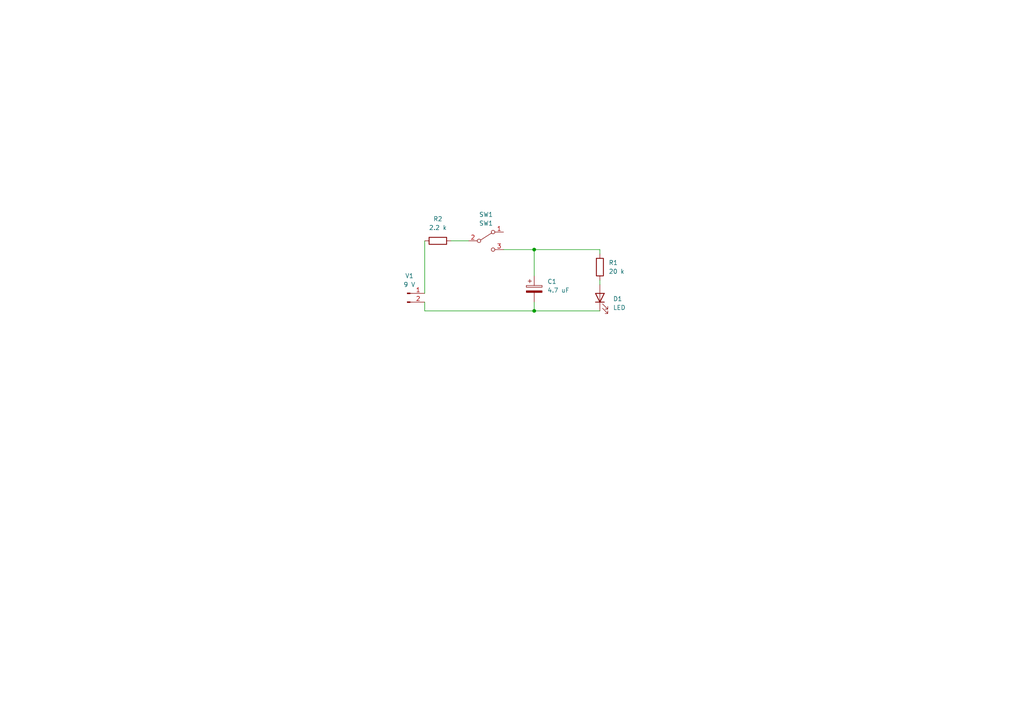
<source format=kicad_sch>
(kicad_sch (version 20211123) (generator eeschema)
  (paper "A4")
  (lib_symbols
    (symbol "Connector:Conn_01x02_Male" (pin_names (offset 1.016) hide)
      (property "Reference" "J" (at 0 2.54 0))
      (property "Value" "Conn_01x02_Male" (at 0 -5.08 0))
      (symbol "Conn_01x02_Male_1_1"
        (polyline (pts (xy 1.27 -2.54) (xy 0.8636 -2.54)) (stroke (width 0.1524)))
        (polyline (pts (xy 1.27 0) (xy 0.8636 0)) (stroke (width 0.1524)))
        (rectangle (start 0.8636 -2.413) (end 0 -2.667) (stroke (width 0.1524)) (fill (type outline)))
        (rectangle (start 0.8636 0.127) (end 0 -0.127) (stroke (width 0.1524)) (fill (type outline)))
        (pin passive line (at 5.08 0 180) (length 3.81) (name "Pin_1") (number "1"))
        (pin passive line (at 5.08 -2.54 180) (length 3.81) (name "Pin_2") (number "2"))
      )
    )
    (symbol "Device:C_Polarized" (pin_numbers hide) (pin_names (offset 0.254))
      (property "Reference" "C" (at 0.635 2.54 0))
      (property "Value" "C_Polarized" (at 0.635 -2.54 0))
      (symbol "C_Polarized_0_1"
        (rectangle (start -2.286 0.508) (end 2.286 1.016))
        (polyline (pts (xy -1.778 2.286) (xy -0.762 2.286)))
        (polyline (pts (xy -1.27 2.794) (xy -1.27 1.778)))
        (rectangle (start 2.286 -0.508) (end -2.286 -1.016) (fill (type outline)))
      )
      (symbol "C_Polarized_1_1"
        (pin passive line (at 0 3.81 270) (length 2.794) (name "~") (number "1"))
        (pin passive line (at 0 -3.81 90) (length 2.794) (name "~") (number "2"))
      )
    )
    (symbol "Device:LED" (pin_numbers hide) (pin_names (offset 1.016) hide)
      (property "Reference" "D" (at 0 2.54 0))
      (property "Value" "LED" (at 0 -2.54 0))
      (symbol "LED_0_1"
        (polyline (pts (xy -1.27 -1.27) (xy -1.27 1.27)) (stroke (width 0.254)))
        (polyline (pts (xy -1.27 0) (xy 1.27 0)))
        (polyline (pts (xy 1.27 -1.27) (xy 1.27 1.27) (xy -1.27 0) (xy 1.27 -1.27)) (stroke (width 0.254)))
        (polyline (pts (xy -3.048 -0.762) (xy -4.572 -2.286) (xy -3.81 -2.286) (xy -4.572 -2.286) (xy -4.572 -1.524)))
        (polyline (pts (xy -1.778 -0.762) (xy -3.302 -2.286) (xy -2.54 -2.286) (xy -3.302 -2.286) (xy -3.302 -1.524)))
      )
      (symbol "LED_1_1"
        (pin passive line (at -3.81 0 0) (length 2.54) (name "K") (number "1"))
        (pin passive line (at 3.81 0 180) (length 2.54) (name "A") (number "2"))
      )
    )
    (symbol "Device:R" (pin_numbers hide) (pin_names (offset 0))
      (property "Reference" "R" (at 2.032 0 90))
      (property "Value" "R" (at 0 0 90))
      (symbol "R_0_1"
        (rectangle (start -1.016 -2.54) (end 1.016 2.54) (stroke (width 0.254)))
      )
      (symbol "R_1_1"
        (pin passive line (at 0 3.81 270) (length 1.27) (name "~") (number "1"))
        (pin passive line (at 0 -3.81 90) (length 1.27) (name "~") (number "2"))
      )
    )
    (symbol "Switch:SW_SPDT" (pin_names (offset 0) hide)
      (property "Reference" "SW" (at 0 4.318 0))
      (property "Value" "SW_SPDT" (at 0 -5.08 0))
      (symbol "SW_SPDT_0_0"
        (circle (center -2.032 0) (radius 0.508))
        (circle (center 2.032 -2.54) (radius 0.508))
      )
      (symbol "SW_SPDT_0_1"
        (polyline (pts (xy -1.524 0.254) (xy 1.651 2.286)))
        (circle (center 2.032 2.54) (radius 0.508))
      )
      (symbol "SW_SPDT_1_1"
        (pin passive line (at 5.08 2.54 180) (length 2.54) (name "A") (number "1"))
        (pin passive line (at -5.08 0 0) (length 2.54) (name "B") (number "2"))
        (pin passive line (at 5.08 -2.54 180) (length 2.54) (name "C") (number "3"))
      )
    )
  )
  (junction (at 154.94 72.39))
  (junction (at 154.94 90.17))
  (wire (pts (xy 173.99 72.39) (xy 173.99 73.66)))
  (wire (pts (xy 173.99 81.28) (xy 173.99 82.55)))
  (wire (pts (xy 154.94 90.17) (xy 173.99 90.17)))
  (wire (pts (xy 154.94 72.39) (xy 173.99 72.39)))
  (wire (pts (xy 154.94 87.63) (xy 154.94 90.17)))
  (wire (pts (xy 130.81 69.85) (xy 135.89 69.85)))
  (wire (pts (xy 146.05 72.39) (xy 154.94 72.39)))
  (wire (pts (xy 123.19 87.63) (xy 123.19 90.17)))
  (wire (pts (xy 154.94 72.39) (xy 154.94 80.01)))
  (wire (pts (xy 123.19 69.85) (xy 123.19 85.09)))
  (wire (pts (xy 123.19 90.17) (xy 154.94 90.17)))
  (symbol (lib_id "Switch:SW_SPDT") (at 140.97 69.85 0) (unit 1)
    (property "Reference" "SW1" (at 140.97 62.23 0))
    (property "Value" "SW1" (at 140.97 64.77 0))
    (property "Footprint" "Button_Switch_THT:SW_E-Switch_EG1224_SPDT_Angled" (effects hide))
  )
  (symbol (lib_id "Device:C_Polarized") (at 154.94 83.82 0) (unit 1)
    (property "Reference" "C1" (at 158.75 81.6609 0) (effects (justify left)))
    (property "Value" "4.7 uF" (at 158.75 84.2009 0) (effects (justify left)))
    (property "Footprint" "Capacitor_THT:C_Radial_D5.0mm_H5.0mm_P2.00mm" (effects hide))
  )
  (symbol (lib_id "Device:R") (at 127 69.85 270) (unit 1)
    (property "Reference" "R2" (at 127 63.5 90))
    (property "Value" "2.2 k" (at 127 66.04 90))
    (property "Footprint" "Resistor_THT:R_Axial_DIN0516_L15.5mm_D5.0mm_P20.32mm_Horizontal" (effects hide))
  )
  (symbol (lib_id "Device:R") (at 173.99 77.47 0) (unit 1)
    (property "Reference" "R1" (at 176.53 76.1999 0) (effects (justify left)))
    (property "Value" "20 k" (at 176.53 78.7399 0) (effects (justify left)))
    (property "Footprint" "Resistor_THT:R_Axial_DIN0516_L15.5mm_D5.0mm_P20.32mm_Horizontal" (effects hide))
  )
  (symbol (lib_id "Connector:Conn_01x02_Male") (at 118.11 85.09 0) (unit 1)
    (property "Reference" "V1" (at 118.745 80.01 0))
    (property "Value" "9 V" (at 118.745 82.55 0))
    (property "Footprint" "Connector_JST:JST_PH_B2B-PH-K_1x02_P2.00mm_Vertical" (effects hide))
  )
  (symbol (lib_id "Device:LED") (at 173.99 86.36 90) (unit 1)
    (property "Reference" "D1" (at 177.8 86.6774 90) (effects (justify right)))
    (property "Value" "LED" (at 177.8 89.2174 90) (effects (justify right)))
    (property "Footprint" "LED_THT:LED_D5.0mm" (effects hide))
  )
)
</source>
